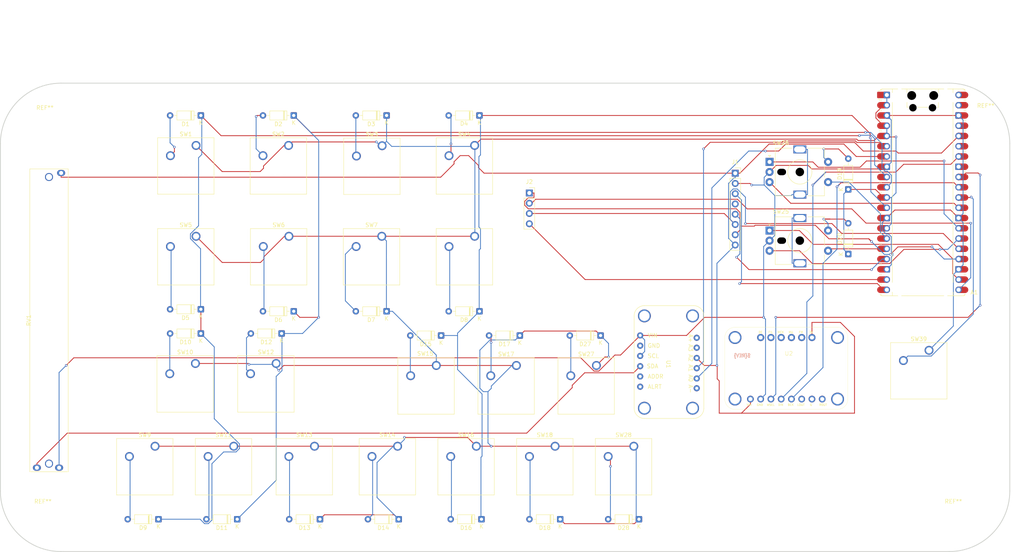
<source format=kicad_pcb>
(kicad_pcb (version 20241229) (generator "pcbnew") (generator_version "9.0")
  (layers (0 "F.Cu" signal) (2 "B.Cu" signal) (13 "F.Paste" user) (15 "B.Paste" user) (5 "F.SilkS" user "F.Silkscreen") (7 "B.SilkS" user "B.Silkscreen") (1 "F.Mask" user) (3 "B.Mask" user) (25 "Edge.Cuts" user))
  (net 0 "")
  (net 1 "SCK")
  (net 2 "MISO")
  (net 3 "unconnected-(A1-3V3_EN-Pad37)")
  (net 4 "1A")
  (net 5 "BLCK")
  (net 6 "COL0")
  (net 7 "Net-(A1-GPIO5)")
  (net 8 "unconnected-(A1-AGND-Pad33)")
  (net 9 "GND")
  (net 10 "2S1")
  (net 11 "MOSI")
  (net 12 "Net-(A1-GPIO4)")
  (net 13 "2B")
  (net 14 "LRCLK")
  (net 15 "+3V3")
  (net 16 "1S1")
  (net 17 "DIN")
  (net 18 "2A")
  (net 19 "unconnected-(A1-VBUS-Pad40)")
  (net 20 "A0")
  (net 21 "Net-(A1-RUN)")
  (net 22 "COL1")
  (net 23 "CS_SD")
  (net 24 "unconnected-(A1-VSYS-Pad39)")
  (net 25 "unconnected-(A1-ADC_VREF-Pad35)")
  (net 26 "1B")
  (net 27 "CS_LCD")
  (net 28 "Net-(D1-A)")
  (net 29 "Net-(D2-A)")
  (net 30 "Net-(D3-A)")
  (net 31 "Net-(D4-A)")
  (net 32 "Net-(D5-A)")
  (net 33 "Net-(D6-A)")
  (net 34 "Net-(D7-A)")
  (net 35 "Net-(D8-A)")
  (net 36 "Net-(D9-A)")
  (net 37 "Net-(D10-A)")
  (net 38 "Net-(D11-A)")
  (net 39 "Net-(D12-A)")
  (net 40 "Net-(D13-A)")
  (net 41 "Net-(D14-A)")
  (net 42 "Net-(D15-A)")
  (net 43 "Net-(D16-A)")
  (net 44 "1S2")
  (net 45 "2S2")
  (net 46 "Net-(D17-A)")
  (net 47 "Net-(D18-A)")
  (net 48 "Net-(D27-A)")
  (net 49 "Net-(D28-A)")
  (net 50 "RST")
  (net 51 "A1")
  (net 52 "unconnected-(SW25-PadMP)")
  (net 59 "COL2")
  (net 60 "COL3")
  (footprint "Button_Switch_Keyboard:SW_Cherry_MX_1.00u_PCB" (layer "F.Cu") (at 144.42 54.68)
    (property "Reference" "SW4")
    (property "Value" "SW_Push_45deg")
  )
  (footprint "Diode_THT:D_DO-35_SOD27_P7.62mm_Horizontal" (layer "F.Cu") (at 122.61 95.76 180)
    (property "Reference" "D7")
    (property "Value" "1N4148")
  )
  (footprint "Connector_PinSocket_2.54mm:PinSocket_1x08_P2.54mm_Vertical" (layer "F.Cu") (at 208.96 61.56)
    (property "Reference" "J1")
    (property "Value" "S37735R")
  )
  (footprint "Diode_THT:D_DO-35_SOD27_P7.62mm_Horizontal" (layer "F.Cu") (at 85.61 147.26 180)
    (property "Reference" "D11")
    (property "Value" "1N4148")
  )
  (footprint "Diode_THT:D_DO-35_SOD27_P7.62mm_Horizontal" (layer "F.Cu") (at 99.61 95.76 180)
    (property "Reference" "D6")
    (property "Value" "1N4148")
  )
  (footprint "Button_Switch_Keyboard:SW_Cherry_MX_1.00u_PCB" (layer "F.Cu") (at 125.34 129.18)
    (property "Reference" "SW14")
    (property "Value" "SW_Push_45deg")
  )
  (footprint "Button_Switch_Keyboard:SW_Cherry_MX_1.00u_PCB" (layer "F.Cu") (at 98.42 77.18)
    (property "Reference" "SW6")
    (property "Value" "SW_Push_45deg")
  )
  (footprint "Diode_THT:D_DO-35_SOD27_P7.62mm_Horizontal" (layer "F.Cu") (at 175.61 101.76 180)
    (property "Reference" "D27")
    (property "Value" "1N4148")
  )
  (footprint "Diode_THT:D_DO-35_SOD27_P7.62mm_Horizontal" (layer "F.Cu") (at 99.61 47.26 180)
    (property "Reference" "D2")
    (property "Value" "1N4148")
  )
  (footprint "Button_Switch_Keyboard:SW_Cherry_MX_1.00u_PCB" (layer "F.Cu") (at 84.76 129.18)
    (property "Reference" "SW11")
    (property "Value" "SW_Push_45deg")
  )
  (footprint "Button_Switch_Keyboard:SW_Cherry_MX_1.00u_PCB" (layer "F.Cu") (at 75.26 108.68)
    (property "Reference" "SW10")
    (property "Value" "SW5")
  )
  (footprint "Diode_THT:D_DO-35_SOD27_P7.62mm_Horizontal" (layer "F.Cu") (at 106.11 147.26 180)
    (property "Reference" "D13")
    (property "Value" "1N4148")
  )
  (footprint "potentiometer:Adafruit_ADS1115" (layer "F.Cu") (at 183.92 94.36 -90)
    (property "Reference" "U1")
    (property "Value" "ADS1015")
  )
  (footprint "Rotary_Encoder:RotaryEncoder_Alps_EC11E-Switch_Vertical_H20mm_MountingHoles" (layer "F.Cu") (at 217.46 75.76)
    (property "Reference" "SW25")
    (property "Value" "RotaryEncoder_Switch_MP")
  )
  (footprint "Diode_THT:D_DO-35_SOD27_P7.62mm_Horizontal" (layer "F.Cu") (at 76.61 47.26 180)
    (property "Reference" "D1")
    (property "Value" "1N4148")
  )
  (footprint "Button_Switch_Keyboard:SW_Cherry_MX_1.00u_PCB" (layer "F.Cu") (at 65.26 129.18)
    (property "Reference" "SW9")
    (property "Value" "SW_Push_45deg")
  )
  (footprint "Button_Switch_Keyboard:SW_Cherry_MX_1.00u_PCB" (layer "F.Cu") (at 183.84 129.18)
    (property "Reference" "SW28")
    (property "Value" "SW_Push_45deg")
  )
  (footprint "Diode_THT:D_DO-35_SOD27_P7.62mm_Horizontal" (layer "F.Cu") (at 136.11 101.76 180)
    (property "Reference" "D15")
    (property "Value" "1N4148")
  )
  (footprint "MountingHole:MountingHole_3.2mm_M3" (layer "F.Cu") (at 263 147)
    (property "Reference" "REF**")
    (property "Value" "MountingHole_3.2mm_M3")
  )
  (footprint "Diode_THT:D_DO-35_SOD27_P7.62mm_Horizontal" (layer "F.Cu") (at 236.96 81.57 90)
    (property "Reference" "D20")
    (property "Value" "1N4148")
  )
  (footprint "Diode_THT:D_DO-35_SOD27_P7.62mm_Horizontal" (layer "F.Cu") (at 236.96 65.57 90)
    (property "Reference" "D19")
    (property "Value" "1N4148")
  )
  (footprint "Button_Switch_Keyboard:SW_Cherry_MX_1.00u_PCB" (layer "F.Cu") (at 134.92 109.18)
    (property "Reference" "SW15")
    (property "Value" "SW_Push_45deg")
  )
  (footprint "Diode_THT:D_DO-35_SOD27_P7.62mm_Horizontal" (layer "F.Cu") (at 155.61 101.76 180)
    (property "Reference" "D17")
    (property "Value" "1N4148")
  )
  (footprint "Diode_THT:D_DO-35_SOD27_P7.62mm_Horizontal" (layer "F.Cu") (at 145.61 47.26 180)
    (property "Reference" "D4")
    (property "Value" "1N4148")
  )
  (footprint "Button_Switch_Keyboard:SW_Cherry_MX_1.00u_PCB" (layer "F.Cu") (at 95.26 108.68)
    (property "Reference" "SW12")
    (property "Value" "SW_Push_45deg")
  )
  (footprint "Button_Switch_Keyboard:SW_Cherry_MX_1.00u_PCB" (layer "F.Cu") (at 75.42 77.18)
    (property "Reference" "SW5")
    (property "Value" "SW5")
  )
  (footprint "potentiometer:Slide_Pot_75mm_Adafruit4219_fixed" (layer "F.Cu") (at 39 98 90)
    (property "Reference" "RV1")
    (property "Value" "Adafruit Slide Pot: 4219")
  )
  (footprint "Connector_PinSocket_2.54mm:PinSocket_1x04_P2.54mm_Vertical" (layer "F.Cu") (at 157.96 66.46)
    (property "Reference" "J2")
    (property "Value" "SD Card")
  )
  (footprint "MountingHole:MountingHole_3.2mm_M3" (layer "F.Cu") (at 271 49)
    (property "Reference" "REF**")
    (property "Value" "MountingHole_3.2mm_M3")
  )
  (footprint "Diode_THT:D_DO-35_SOD27_P7.62mm_Horizontal" (layer "F.Cu") (at 146.11 147.26 180)
    (property "Reference" "D16")
    (property "Value" "1N4148")
  )
  (footprint "Button_Switch_Keyboard:SW_Cherry_MX_1.00u_PCB" (layer "F.Cu") (at 164.34 129.18)
    (property "Reference" "SW18")
    (property "Value" "SW_Push_45deg")
  )
  (footprint "Diode_THT:D_DO-35_SOD27_P7.62mm_Horizontal" (layer "F.Cu") (at 165.61 147.26 180)
    (property "Reference" "D18")
    (property "Value" "1N4148")
  )
  (footprint "MountingHole:MountingHole_3.2mm_M3" (layer "F.Cu") (at 38 49.5)
    (property "Reference" "REF**")
    (property "Value" "MountingHole_3.2mm_M3")
  )
  (footprint "Diode_THT:D_DO-35_SOD27_P7.62mm_Horizontal" (layer "F.Cu") (at 76.61 95.26 180)
    (property "Reference" "D5")
    (property "Value" "1N4148")
  )
  (footprint "Diode_THT:D_DO-35_SOD27_P7.62mm_Horizontal" (layer "F.Cu") (at 66.11 147.26 180)
    (property "Reference" "D9")
    (property "Value" "1N4148")
  )
  (footprint "Diode_THT:D_DO-35_SOD27_P7.62mm_Horizontal" (layer "F.Cu") (at 122.61 47.26 180)
    (property "Reference" "D3")
    (property "Value" "1N4148")
  )
  (footprint "Diode_THT:D_DO-35_SOD27_P7.62mm_Horizontal" (layer "F.Cu") (at 185.11 147.26 180)
    (property "Reference" "D28")
    (property "Value" "1N4148")
  )
  (footprint "Button_Switch_Keyboard:SW_Cherry_MX_1.00u_PCB" (layer "F.Cu") (at 121.5 54.76)
    (property "Reference" "SW3")
    (property "Value" "SW_Push_45deg")
  )
  (footprint "Diode_THT:D_DO-35_SOD27_P7.62mm_Horizontal" (layer "F.Cu") (at 125.61 147.26 180)
    (property "Reference" "D14")
    (property "Value" "1N4148")
  )
  (footprint "Module:RaspberryPi_Pico_Common_Unspecified" (layer "F.Cu") (at 255.39 66.31)
    (property "Reference" "A1")
    (property "Value" "Orpheus Pico")
  )
  (footprint "Diode_THT:D_DO-35_SOD27_P7.62mm_Horizontal" (layer "F.Cu") (at 96.61 101.26 180)
    (property "Reference" "D12")
    (property "Value" "1N4148")
  )
  (footprint "Button_Switch_Keyboard:SW_Cherry_MX_1.00u_PCB" (layer "F.Cu") (at 75.42 54.68)
    (property "Reference" "SW1")
    (property "Value" "SW_Push_45deg")
  )
  (footprint "Button_Switch_Keyboard:SW_Cherry_MX_1.00u_PCB" (layer "F.Cu") (at 98.34 54.68)
    (property "Reference" "SW2")
    (property "Value" "SW_Push_45deg")
  )
  (footprint "Button_Switch_Keyboard:SW_Cherry_MX_1.00u_PCB" (layer "F.Cu") (at 104.76 129.18)
    (property "Reference" "SW13")
    (property "Value" "SW_Push_45deg")
  )
  (footprint "Button_Switch_Keyboard:SW_Cherry_MX_1.00u_PCB" (layer "F.Cu") (at 144.84 129.18)
    (property "Reference" "SW16")
    (property "Value" "SW_Push_45deg")
  )
  (footprint "Button_Switch_Keyboard:SW_Cherry_MX_1.00u_PCB" (layer "F.Cu") (at 174.58 109.18)
    (property "Reference" "SW27")
    (property "Value" "SW_Push_45deg")
  )
  (footprint "Button_Switch_Keyboard:SW_Cherry_MX_1.00u_PCB" (layer "F.Cu") (at 144.42 77.18)
    (property "Reference" "SW8" (hide yes))
    (property "Value" "SW_Push_45deg")
  )
  (footprint "Diode_THT:D_DO-35_SOD27_P7.62mm_Horizontal" (layer "F.Cu") (at 145.61 95.76 180)
    (property "Reference" "D8")
    (property "Value" "1N4148")
  )
  (footprint "Button_Switch_Keyboard:SW_Cherry_MX_1.00u_PCB" (layer "F.Cu") (at 256.96 105.42)
    (property "Reference" "SW39")
    (property "Value" "SW_Push_45deg")
  )
  (footprint "MountingHole:MountingHole_3.2mm_M3" (layer "F.Cu") (at 37.5 147)
    (property "Reference" "REF**")
    (property "Value" "MountingHole_3.2mm_M3")
  )
  (footprint "Rotary_Encoder:RotaryEncoder_Alps_EC11E-Switch_Vertical_H20mm_MountingHoles" (layer "F.Cu") (at 217.46 58.76)
    (property "Reference" "SW26")
    (property "Value" "RotaryEncoder_Switch_MP")
  )
  (footprint "Button_Switch_Keyboard:SW_Cherry_MX_1.00u_PCB" (layer "F.Cu") (at 121.42 77.18)
    (property "Reference" "SW7")
    (property "Value" "SW_Push_45deg")
  )
  (footprint "Diode_THT:D_DO-35_SOD27_P7.62mm_Horizontal" (layer "F.Cu") (at 76.61 101.26 180)
    (property "Reference" "D10")
    (property "Value" "1N4148")
  )
  (footprint "Button_Switch_Keyboard:SW_Cherry_MX_1.00u_PCB" (layer "F.Cu") (at 154.76 109.18)
    (property "Reference" "SW17")
    (property "Value" "SW_Push_45deg")
  )
  (footprint "potentiometer:PCM5100 I2S DAC" (layer "F.Cu") (at 221.728 109.721)
    (property "Reference" "U2")
    (property "Value" "PCM5100")
  )
  (gr_line (start 276.96 54.26) (end 276.96 140.26) (stroke (width 0.2)) (layer "Edge.Cuts"))
  (gr_arc (start 41.96 155.26) (mid 31.353398 150.866602) (end 26.96 140.26) (stroke (width 0.2)) (layer "Edge.Cuts"))
  (gr_line (start 26.96 140.26) (end 26.96 54.26) (stroke (width 0.2)) (layer "Edge.Cuts"))
  (gr_arc (start 276.96 140.26) (mid 272.566602 150.866602) (end 261.96 155.26) (stroke (width 0.2)) (layer "Edge.Cuts"))
  (gr_line (start 41.96 39.26) (end 261.96 39.26) (stroke (width 0.2)) (layer "Edge.Cuts"))
  (gr_arc (start 261.96 39.26) (mid 272.566602 43.653398) (end 276.96 54.26) (stroke (width 0.2)) (layer "Edge.Cuts"))
  (gr_line (start 261.96 155.26) (end 41.96 155.26) (stroke (width 0.2)) (layer "Edge.Cuts"))
  (gr_arc (start 26.96 54.26) (mid 31.353398 43.653398) (end 41.96 39.26) (stroke (width 0.2)) (layer "Edge.Cuts"))
  (segment (start 265.08 82.82) (end 264.28 82.82) (width 0.2) (layer "F.Cu") (net 1))
  (segment (start 242.025 77.8013) (end 242.708 78.4841) (width 0.2) (layer "F.Cu") (net 1))
  (segment (start 159.112 66.46) (end 159.112 67.5073) (width 0.2) (layer "F.Cu") (net 1))
  (segment (start 157.96 66.46) (end 159.112 66.46) (width 0.2) (layer "F.Cu") (net 1))
  (segment (start 156.808 68.523) (end 156.808 69.477) (width 0.2) (layer "F.Cu") (net 1))
  (segment (start 232.16 77.8013) (end 242.025 77.8013) (width 0.2) (layer "F.Cu") (net 1))
  (segment (start 213.673 74.6757) (end 213.89 74.4583) (width 0.2) (layer "F.Cu") (net 1))
  (segment (start 213.89 74.4583) (end 228.817 74.4583) (width 0.2) (layer "F.Cu") (net 1))
  (segment (start 156.808 69.477) (end 157.698 70.3665) (width 0.2) (layer "F.Cu") (net 1))
  (segment (start 242.708 78.4841) (end 242.025 77.8013) (width 0.2) (layer "F.Cu") (net 1))
  (segment (start 249.266 79.7969) (end 257.682 79.7969) (width 0.2) (layer "F.Cu") (net 1))
  (segment (start 157.674 67.6569) (end 156.808 68.523) (width 0.2) (layer "F.Cu") (net 1))
  (segment (start 210.114 74.6757) (end 210.114 75.6461) (width 0.2) (layer "F.Cu") (net 1))
  (segment (start 247.394 81.6687) (end 249.266 79.7969) (width 0.2) (layer "F.Cu") (net 1))
  (segment (start 210.114 71.2451) (end 210.114 74.6757) (width 0.2) (layer "F.Cu") (net 1))
  (segment (start 210.114 75.6461) (end 208.96 76.8) (width 0.2) (layer "F.Cu") (net 1))
  (segment (start 158.962 67.6569) (end 157.674 67.6569) (width 0.2) (layer "F.Cu") (net 1))
  (segment (start 242.025 77.8013) (end 242.708 78.4841) (width 0.2) (layer "F.Cu") (net 1))
  (segment (start 157.698 70.3665) (end 209.235 70.3665) (width 0.2) (layer "F.Cu") (net 1))
  (segment (start 228.817 74.4583) (end 232.16 77.8013) (width 0.2) (layer "F.Cu") (net 1))
  (segment (start 210.114 74.6757) (end 213.673 74.6757) (width 0.2) (layer "F.Cu") (net 1))
  (segment (start 159.112 67.5073) (end 158.962 67.6569) (width 0.2) (layer "F.Cu") (net 1))
  (segment (start 209.235 70.3665) (end 210.114 71.2451) (width 0.2) (layer "F.Cu") (net 1))
  (via (at 242.708 78.4841) (size 0.6) (drill 0.3) (layers "F.Cu" "B.Cu") (net 1))
  (via (at 247.394 81.6687) (size 0.6) (drill 0.3) (layers "F.Cu" "B.Cu") (net 1))
  (via (at 257.682 79.7969) (size 0.6) (drill 0.3) (layers "F.Cu" "B.Cu") (net 1))
  (segment (start 242.708 78.4841) (end 245.893 81.6687) (width 0.2) (layer "B.Cu") (net 1))
  (segment (start 245.893 81.6687) (end 247.394 81.6687) (width 0.2) (layer "B.Cu") (net 1))
  (segment (start 260.705 82.82) (end 264.28 82.82) (width 0.2) (layer "B.Cu") (net 1))
  (segment (start 257.682 79.7969) (end 260.705 82.82) (width 0.2) (layer "B.Cu") (net 1))
  (segment (start 159.531 68.011) (end 209.523 68.011) (width 0.2) (layer "F.Cu") (net 2))
  (segment (start 264.28 90.44) (end 265.08 90.44) (width 0.2) (layer "F.Cu") (net 2))
  (segment (start 157.96 69) (end 158.542 69) (width 0.2) (layer "F.Cu") (net 2))
  (segment (start 237.822 70.3876) (end 241.365 73.9312) (width 0.2) (layer "F.Cu") (net 2))
  (segment (start 209.523 68.011) (end 211.899 70.3876) (width 0.2) (layer "F.Cu") (net 2))
  (segment (start 211.899 70.3876) (end 237.822 70.3876) (width 0.2) (layer "F.Cu") (net 2))
  (segment (start 241.365 73.9312) (end 267.285 73.9312) (width 0.2) (layer "F.Cu") (net 2))
  (segment (start 158.542 69) (end 159.531 68.011) (width 0.2) (layer "F.Cu") (net 2))
  (via (at 267.285 73.9312) (size 0.6) (drill 0.3) (layers "F.Cu" "B.Cu") (net 2))
  (segment (start 267.285 73.9312) (end 267.285 87.4353) (width 0.2) (layer "B.Cu") (net 2))
  (segment (start 267.285 87.4353) (end 264.28 90.44) (width 0.2) (layer "B.Cu") (net 2))
  (segment (start 265.08 49.8) (end 264.28 49.8) (width 0.2) (layer "F.Cu") (net 3))
  (segment (start 224.857 75.76) (end 228.272 79.1753) (width 0.2) (layer "F.Cu") (net 4))
  (segment (start 265.08 87.9) (end 264.28 87.9) (width 0.2) (layer "F.Cu") (net 4))
  (segment (start 217.46 75.76) (end 224.857 75.76) (width 0.2) (layer "F.Cu") (net 4))
  (segment (start 228.272 79.1753) (end 259.252 79.1753) (width 0.2) (layer "F.Cu") (net 4))
  (segment (start 262.821 86.4408) (end 264.28 87.9) (width 0.2) (layer "F.Cu") (net 4))
  (segment (start 259.252 79.1753) (end 262.821 82.7438) (width 0.2) (layer "F.Cu") (net 4))
  (segment (start 262.821 82.7438) (end 262.821 86.4408) (width 0.2) (layer "F.Cu") (net 4))
  (segment (start 263.1534 63.9134) (end 264.28 65.04) (width 0.2) (layer "F.Cu") (net 5))
  (segment (start 234.161 64.9175) (end 234.7131 64.3654) (width 0.2) (layer "F.Cu") (net 5))
  (segment (start 264.28 65.04) (end 265.08 65.04) (width 0.2) (layer "F.Cu") (net 5))
  (segment (start 234.7131 64.3654) (end 234.161 64.9175) (width 0.2) (layer "F.Cu") (net 5))
  (segment (start 234.161 64.9175) (end 235.1651 63.9134) (width 0.2) (layer "F.Cu") (net 5))
  (segment (start 235.1651 63.9134) (end 263.1534 63.9134) (width 0.2) (layer "F.Cu") (net 5))
  (via (at 234.161 64.9175) (size 0.6) (drill 0.3) (layers "F.Cu" "B.Cu") (net 5))
  (segment (start 234.161 80.4) (end 234.161 64.9175) (width 0.2) (layer "B.Cu") (net 5))
  (segment (start 230.6942 109.6858) (end 230.6942 83.8668) (width 0.2) (layer "B.Cu") (net 5))
  (segment (start 222.88 117.5) (end 230.6942 109.6858) (width 0.2) (layer "B.Cu") (net 5))
  (segment (start 230.6942 83.8668) (end 234.161 80.4) (width 0.2) (layer "B.Cu") (net 5))
  (segment (start 234.7131 64.3654) (end 234.161 64.9175) (width 0.2) (layer "B.Cu") (net 5))
  (segment (start 234.161 64.9175) (end 234.7131 64.3654) (width 0.2) (layer "B.Cu") (net 5))
  (segment (start 81.6143 52.2643) (end 239.709 52.2643) (width 0.2) (layer "F.Cu") (net 6))
  (segment (start 76.61 47.26) (end 81.6143 52.2643) (width 0.2) (layer "F.Cu") (net 6))
  (segment (start 245.7 62.5) (end 246.5 62.5) (width 0.2) (layer "F.Cu") (net 6))
  (segment (start 76.61 101.26) (end 76.61 95.26) (width 0.2) (layer "F.Cu") (net 6))
  (via (at 239.709 52.2643) (size 0.6) (drill 0.3) (layers "F.Cu" "B.Cu") (net 6))
  (segment (start 79.9303 122.368) (end 79.9302 122.368) (width 0.2) (layer "B.Cu") (net 6))
  (segment (start 76.0476 57.7166) (end 76.0476 74.5701) (width 0.2) (layer "B.Cu") (net 6))
  (segment (start 243.494 53.0043) (end 243.494 59.4941) (width 0.2) (layer "B.Cu") (net 6))
  (segment (start 76.5407 95.1907) (end 76.61 95.26) (width 0.2) (layer "B.Cu") (net 6))
  (segment (start 76.0476 74.5701) (end 74.0183 76.5994) (width 0.2) (layer "B.Cu") (net 6))
  (segment (start 79.3436 147.464) (end 79.3436 133.509) (width 0.2) (layer "B.Cu") (net 6))
  (segment (start 74.0183 77.7606) (end 76.5407 80.283) (width 0.2) (layer "B.Cu") (net 6))
  (segment (start 76.8331 56.9311) (end 76.0476 57.7166) (width 0.2) (layer "B.Cu") (net 6))
  (segment (start 243.494 59.4941) (end 246.5 62.5) (width 0.2) (layer "B.Cu") (net 6))
  (segment (start 79.3436 133.509) (end 82.2706 130.582) (width 0.2) (layer "B.Cu") (net 6))
  (segment (start 74.0183 76.5994) (end 74.0183 77.7606) (width 0.2) (layer "B.Cu") (net 6))
  (segment (start 78.4464 148.362) (end 79.3436 147.464) (width 0.2) (layer "B.Cu") (net 6))
  (segment (start 86.1617 129.761) (end 86.1617 128.599) (width 0.2) (layer "B.Cu") (net 6))
  (segment (start 76.5407 80.283) (end 76.5407 95.1907) (width 0.2) (layer "B.Cu") (net 6))
  (segment (start 76.61 47.26) (end 76.8331 47.4831) (width 0.2) (layer "B.Cu") (net 6))
  (segment (start 239.816 52.1569) (end 242.647 52.1569) (width 0.2) (layer "B.Cu") (net 6))
  (segment (start 239.709 52.2643) (end 239.816 52.1569) (width 0.2) (layer "B.Cu") (net 6))
  (segment (start 76.4321 147.26) (end 77.5337 148.362) (width 0.2) (layer "B.Cu") (net 6))
  (segment (start 85.3407 130.582) (end 86.1617 129.761) (width 0.2) (layer "B.Cu") (net 6))
  (segment (start 66.11 147.26) (end 76.4321 147.26) (width 0.2) (layer "B.Cu") (net 6))
  (segment (start 242.647 52.1569) (end 243.494 53.0043) (width 0.2) (layer "B.Cu") (net 6))
  (segment (start 77.5337 148.362) (end 78.4464 148.362) (width 0.2) (layer "B.Cu") (net 6))
  (segment (start 86.1617 128.599) (end 79.9303 122.368) (width 0.2) (layer "B.Cu") (net 6))
  (segment (start 79.9302 104.58) (end 76.61 101.26) (width 0.2) (layer "B.Cu") (net 6))
  (segment (start 82.2706 130.582) (end 85.3407 130.582) (width 0.2) (layer "B.Cu") (net 6))
  (segment (start 79.9302 122.368) (end 79.9302 104.58) (width 0.2) (layer "B.Cu") (net 6))
  (segment (start 76.8331 47.4831) (end 76.8331 56.9311) (width 0.2) (layer "B.Cu") (net 6))
  (segment (start 221.436 54.3583) (end 235.868 54.3583) (width 0.2) (layer "F.Cu") (net 7))
  (segment (start 235.868 54.3583) (end 238.93 57.42) (width 0.2) (layer "F.Cu") (net 7))
  (segment (start 216.456 56.0683) (end 219.726 56.0683) (width 0.2) (layer "F.Cu") (net 7))
  (segment (start 246.5 57.42) (end 245.7 57.42) (width 0.2) (layer "F.Cu") (net 7))
  (segment (start 238.93 57.42) (end 245.7 57.42) (width 0.2) (layer "F.Cu") (net 7))
  (segment (start 219.726 56.0683) (end 221.436 54.3583) (width 0.2) (layer "F.Cu") (net 7))
  (via (at 216.456 56.0683) (size 0.6) (drill 0.3) (layers "F.Cu" "B.Cu") (net 7))
  (segment (start 203.162 65.2037) (end 212.297 56.0683) (width 0.2) (layer "B.Cu") (net 7))
  (segment (start 199.42 112.4) (end 203.162 108.658) (width 0.2) (layer "B.Cu") (net 7))
  (segment (start 212.297 56.0683) (end 216.456 56.0683) (width 0.2) (layer "B.Cu") (net 7))
  (segment (start 203.162 108.658) (end 203.162 65.2037) (width 0.2) (layer "B.Cu") (net 7))
  (segment (start 264.28 59.96) (end 265.08 59.96) (width 0.2) (layer "F.Cu") (net 8))
  (segment (start 248.474 70.6859) (end 246.5 72.66) (width 0.2) (layer "F.Cu") (net 9))
  (segment (start 246.5 85.36) (end 245.7 85.36) (width 0.2) (layer "F.Cu") (net 9))
  (segment (start 245.7 47.26) (end 246.5 47.26) (width 0.2) (layer "F.Cu") (net 9))
  (segment (start 213.022 64.4852) (end 212.637 64.1) (width 0.2) (layer "F.Cu") (net 9))
  (segment (start 227.02 59.6205) (end 227.899 60.4988) (width 0.2) (layer "F.Cu") (net 9))
  (segment (start 196.899 101.74) (end 185.42 101.74) (width 0.2) (layer "F.Cu") (net 9))
  (segment (start 245.7 72.66) (end 246.5 72.66) (width 0.2) (layer "F.Cu") (net 9))
  (segment (start 216.001 97.2597) (end 201.38 97.2597) (width 0.2) (layer "F.Cu") (net 9))
  (segment (start 170.687 107.269) (end 173.999 110.582) (width 0.2) (layer "F.Cu") (net 9))
  (segment (start 212.637 64.1) (end 208.96 64.1) (width 0.2) (layer "F.Cu") (net 9))
  (segment (start 264.68 47.26) (end 246.5 47.26) (width 0.2) (layer "F.Cu") (net 9))
  (segment (start 173.999 110.582) (end 175.161 110.582) (width 0.2) (layer "F.Cu") (net 9))
  (segment (start 219.1 59.6205) (end 227.02 59.6205) (width 0.2) (layer "F.Cu") (net 9))
  (segment (start 217.46 61.26) (end 219.1 59.6205) (width 0.2) (layer "F.Cu") (net 9))
  (segment (start 180.562 106.598) (end 185.42 101.74) (width 0.2) (layer "F.Cu") (net 9))
  (segment (start 43.2423 109.178) (end 45.1507 107.269) (width 0.2) (layer "F.Cu") (net 9))
  (segment (start 45.1507 107.269) (end 170.687 107.269) (width 0.2) (layer "F.Cu") (net 9))
  (segment (start 227.899 60.4988) (end 245.161 60.4988) (width 0.2) (layer "F.Cu") (net 9))
  (segment (start 179.145 106.598) (end 180.562 106.598) (width 0.2) (layer "F.Cu") (net 9))
  (segment (start 264.28 47.26) (end 265.08 47.26) (width 0.2) (layer "F.Cu") (net 9))
  (segment (start 175.161 110.582) (end 179.145 106.598) (width 0.2) (layer "F.Cu") (net 9))
  (segment (start 264.28 72.66) (end 262.306 70.6859) (width 0.2) (layer "F.Cu") (net 9))
  (segment (start 262.306 70.6859) (end 248.474 70.6859) (width 0.2) (layer "F.Cu") (net 9))
  (segment (start 245.161 60.4988) (end 245.7 59.96) (width 0.2) (layer "F.Cu") (net 9))
  (segment (start 201.38 97.2597) (end 196.899 101.74) (width 0.2) (layer "F.Cu") (net 9))
  (segment (start 246.5 59.96) (end 245.7 59.96) (width 0.2) (layer "F.Cu") (net 9))
  (segment (start 265.08 72.66) (end 264.28 72.66) (width 0.2) (layer "F.Cu") (net 9))
  (segment (start 264.28 85.36) (end 265.08 85.36) (width 0.2) (layer "F.Cu") (net 9))
  (via (at 43.2423 109.178) (size 0.6) (drill 0.3) (layers "F.Cu" "B.Cu") (net 9))
  (via (at 213.022 64.4852) (size 0.6) (drill 0.3) (layers "F.Cu" "B.Cu") (net 9))
  (via (at 216.001 97.2597) (size 0.6) (drill 0.3) (layers "F.Cu" "B.Cu") (net 9))
  (segment (start 216.136 64.4852) (end 213.022 64.4852) (width 0.2) (layer "B.Cu") (net 9))
  (segment (start 264.28 85.36) (end 262.985 86.655) (width 0.2) (layer "B.Cu") (net 9))
  (segment (start 223.058 66.86) (end 224.96 66.86) (width 0.2) (layer "B.Cu") (net 9))
  (segment (start 224.96 66.86) (end 226.862 66.86) (width 0.2) (layer "B.Cu") (net 9))
  (segment (start 247.611 77.2841) (end 246.938 76.6115) (width 0.2) (layer "B.Cu") (net 9))
  (segment (start 264.28 85.36) (end 265.402 84.2385) (width 0.2) (layer "B.Cu") (net 9))
  (segment (start 222.808 67.1106) (end 223.058 66.86) (width 0.2) (layer "B.Cu") (net 9))
  (segment (start 262.985 99.395) (end 256.96 105.42) (width 0.2) (layer "B.Cu") (net 9))
  (segment (start 265.382 71.5583) (end 264.28 72.66) (width 0.2) (layer "B.Cu") (net 9))
  (segment (start 216.001 79.7189) (end 216.001 97.2597) (width 0.2) (layer "B.Cu") (net 9))
  (segment (start 226.862 55.66) (end 224.96 55.66) (width 0.2) (layer "B.Cu") (net 9))
  (segment (start 247.611 82.3023) (end 247.995 81.9179) (width 0.2) (layer "B.Cu") (net 9))
  (segment (start 41.5 134.5) (end 41.5 110.92) (width 0.2) (layer "B.Cu") (net 9))
  (segment (start 265.382 48.3617) (end 265.382 71.5583) (width 0.2) (layer "B.Cu") (net 9))
  (segment (start 226.862 66.86) (end 226.862 55.66) (width 0.2) (layer "B.Cu") (net 9))
  (segment (start 245.36 75.6347) (end 245.36 73.7997) (width 0.2) (layer "B.Cu") (net 9))
  (segment (start 216.136 62.5837) (end 217.46 61.26) (width 0.2) (layer "B.Cu") (net 9))
  (segment (start 262.985 86.655) (end 262.985 99.395) (width 0.2) (layer "B.Cu") (net 9))
  (segment (start 217.46 78.26) (end 216.001 79.7189) (width 0.2) (layer "B.Cu") (net 9))
  (segment (start 246.938 76.6115) (end 246.337 76.6115) (width 0.2) (layer "B.Cu") (net 9))
  (segment (start 216.136 64.4852) (end 218.762 67.1106) (width 0.2) (layer "B.Cu") (net 9))
  (segment (start 186.528 105.712) (end 185.42 106.82) (width 0.2) (layer "B.Cu") (net 9))
  (segment (start 218.762 76.9583) (end 218.762 67.1106) (width 0.2) (layer "B.Cu") (net 9))
  (segment (start 247.995 81.4195) (end 247.611 81.0352) (width 0.2) (layer "B.Cu") (net 9))
  (segment (start 246.5 47.26) (end 247.602 48.3617) (width 0.2) (layer "B.Cu") (net 9))
  (segment (start 247.602 48.3617) (end 247.602 58.8583) (width 0.2) (layer "B.Cu") (net 9))
  (segment (start 245.36 73.7997) (end 246.5 72.66) (width 0.2) (layer "B.Cu") (net 9))
  (segment (start 216.136 64.4852) (end 216.136 62.5837) (width 0.2) (layer "B.Cu") (net 9))
  (segment (start 265.402 73.7815) (end 264.28 72.66) (width 0.2) (layer "B.Cu") (net 9))
  (segment (start 247.611 81.0352) (end 247.611 77.2841) (width 0.2) (layer "B.Cu") (net 9))
  (segment (start 218.762 67.1106) (end 222.808 67.1106) (width 0.2) (layer "B.Cu") (net 9))
  (segment (start 186.528 102.848) (end 186.528 105.712) (width 0.2) (layer "B.Cu") (net 9))
  (segment (start 185.42 101.74) (end 186.528 102.848) (width 0.2) (layer "B.Cu") (net 9))
  (segment (start 247.611 84.249) (end 247.611 82.3023) (width 0.2) (layer "B.Cu") (net 9))
  (segment (start 247.995 81.9179) (end 247.995 81.4195) (width 0.2) (layer "B.Cu") (net 9))
  (segment (start 265.402 84.2385) (end 265.402 73.7815) (width 0.2) (layer "B.Cu") (net 9))
  (segment (start 247.602 58.8583) (end 246.5 59.96) (width 0.2) (layer "B.Cu") (net 9))
  (segment (start 264.28 47.26) (end 265.382 48.3617) (width 0.2) (layer "B.Cu") (net 9))
  (segment (start 246.337 76.6115) (end 245.36 75.6347) (width 0.2) (layer "B.Cu") (net 9))
  (segment (start 246.5 85.36) (end 247.611 84.249) (width 0.2) (layer "B.Cu") (net 9))
  (segment (start 41.5 110.92) (end 43.2423 109.178) (width 0.2) (layer "B.Cu") (net 9))
  (segment (start 217.46 78.26) (end 218.762 76.9583) (width 0.2) (layer "B.Cu") (net 9))
  (segment (start 216.4639 97.7226) (end 216.001 97.2597) (width 0.2) (layer "B.Cu") (net 9))
  (segment (start 216.4639 116.2961) (end 216.4639 97.7226) (width 0.2) (layer "B.Cu") (net 9))
  (segment (start 215.26 117.5) (end 216.4639 116.2961) (width 0.2) (layer "B.Cu") (net 9))
  (segment (start 246.5 77.74) (end 245.7 77.74) (width 0.2) (layer "F.Cu") (net 10))
  (segment (start 237.073 63.76) (end 244.894 71.5813) (width 0.2) (layer "B.Cu") (net 10))
  (segment (start 244.894 71.5813) (end 244.894 76.1339) (width 0.2) (layer "B.Cu") (net 10))
  (segment (start 244.894 76.1339) (end 246.5 77.74) (width 0.2) (layer "B.Cu") (net 10))
  (segment (start 231.96 63.76) (end 237.073 63.76) (width 0.2) (layer "B.Cu") (net 10))
  (segment (start 232.898 74.0299) (end 211.482 74.0299) (width 0.2) (layer "F.Cu") (net 11))
  (segment (start 265.08 80.28) (end 264.28 80.28) (width 0.2) (layer "F.Cu") (net 11))
  (segment (start 157.96 71.54) (end 206.24 71.54) (width 0.2) (layer "F.Cu") (net 11))
  (segment (start 260.47 76.47) (end 235.338 76.47) (width 0.2) (layer "F.Cu") (net 11))
  (segment (start 235.338 76.47) (end 232.898 74.0299) (width 0.2) (layer "F.Cu") (net 11))
  (segment (start 264.28 80.28) (end 260.47 76.47) (width 0.2) (layer "F.Cu") (net 11))
  (segment (start 206.24 71.54) (end 208.96 74.26) (width 0.2) (layer "F.Cu") (net 11))
  (via (at 211.482 74.0299) (size 0.6) (drill 0.3) (layers "F.Cu" "B.Cu") (net 11))
  (segment (start 208.453 65.4442) (end 209.427 65.4442) (width 0.2) (layer "B.Cu") (net 11))
  (segment (start 207.757 66.1398) (end 208.453 65.4442) (width 0.2) (layer "B.Cu") (net 11))
  (segment (start 208.96 74.26) (end 207.757 73.0571) (width 0.2) (layer "B.Cu") (net 11))
  (segment (start 207.757 73.0571) (end 207.757 66.1398) (width 0.2) (layer "B.Cu") (net 11))
  (segment (start 211.482 67.4989) (end 211.482 74.0299) (width 0.2) (layer "B.Cu") (net 11))
  (segment (start 209.427 65.4442) (end 211.482 67.4989) (width 0.2) (layer "B.Cu") (net 11))
  (segment (start 239.113 53.9529) (end 244.773 53.9529) (width 0.2) (layer "F.Cu") (net 12))
  (segment (start 245.7 54.88) (end 246.5 54.88) (width 0.2) (layer "F.Cu") (net 12))
  (segment (start 220.672 53.7866) (end 220.556 53.9029) (width 0.2) (layer "F.Cu") (net 12))
  (segment (start 220.672 53.7866) (end 220.556 53.9029) (width 0.2) (layer "F.Cu") (net 12))
  (segment (start 220.672 53.7866) (end 220.907 53.5512) (width 0.2) (layer "F.Cu") (net 12))
  (segment (start 220.556 53.9029) (end 202.752 53.9029) (width 0.2) (layer "F.Cu") (net 12))
  (segment (start 220.907 53.5512) (end 238.712 53.5512) (width 0.2) (layer "F.Cu") (net 12))
  (segment (start 238.712 53.5512) (end 239.113 53.9529) (width 0.2) (layer "F.Cu") (net 12))
  (segment (start 202.752 53.9029) (end 201.108 55.5467) (width 0.2) (layer "F.Cu") (net 12))
  (segment (start 244.773 53.9529) (end 245.7 54.88) (width 0.2) (layer "F.Cu") (net 12))
  (via (at 201.108 55.5467) (size 0.6) (drill 0.3) (layers "F.Cu" "B.Cu") (net 12))
  (segment (start 201.108 108.172) (end 201.108 55.5467) (width 0.2) (layer "B.Cu") (net 12))
  (segment (start 199.42 109.86) (end 201.108 108.172) (width 0.2) (layer "B.Cu") (net 12))
  (segment (start 265.08 70.12) (end 264.28 70.12) (width 0.2) (layer "F.Cu") (net 13))
  (segment (start 222.715 69.0153) (end 217.46 63.76) (width 0.2) (layer "F.Cu") (net 13))
  (segment (start 263.175 69.0153) (end 222.715 69.0153) (width 0.2) (layer "F.Cu") (net 13))
  (segment (start 264.28 70.12) (end 263.175 69.0153) (width 0.2) (layer "F.Cu") (net 13))
  (segment (start 219.006 97.2597) (end 218.9797 97.2597) (width 0.2) (layer "F.Cu") (net 14))
  (segment (start 269.6159 94.2802) (end 268.5589 95.3372) (width 0.2) (layer "F.Cu") (net 14))
  (segment (start 264.48 62.5) (end 264.68 62.5) (width 0.2) (layer "F.Cu") (net 14))
  (segment (start 266.0743 61.5057) (end 265.08 62.5) (width 0.2) (layer "F.Cu") (net 14))
  (segment (start 269.6159 62) (end 269.1216 61.5057) (width 0.2) (layer "F.Cu") (net 14))
  (segment (start 264.28 62.5) (end 264.48 62.5) (width 0.2) (layer "F.Cu") (net 14))
  (segment (start 264.68 62.5) (end 265.08 62.5) (width 0.2) (layer "F.Cu") (net 14))
  (segment (start 268.5589 95.3372) (end 269.6159 94.2802) (width 0.2) (layer "F.Cu") (net 14))
  (segment (start 269.1216 61.5057) (end 266.0743 61.5057) (width 0.2) (layer "F.Cu") (net 14))
  (segment (start 219.006 97.2597) (end 266.6364 97.2597) (width 0.2) (layer "F.Cu") (net 14))
  (segment (start 266.6364 97.2597) (end 269.6159 94.2802) (width 0.2) (layer "F.Cu") (net 14))
  (via (at 219.006 97.2597) (size 0.6) (drill 0.3) (layers "F.Cu" "B.Cu") (net 14))
  (via (at 269.6159 62) (size 0.6) (drill 0.3) (layers "F.Cu" "B.Cu") (net 14))
  (via (at 269.6159 94.2802) (size 0.6) (drill 0.3) (layers "F.Cu" "B.Cu") (net 14))
  (segment (start 269.6159 94.2802) (end 269.6159 62) (width 0.2) (layer "B.Cu") (net 14))
  (segment (start 219.006 97.2597) (end 219.006 97.2706) (width 0.2) (layer "B.Cu") (net 14))
  (segment (start 219.006 97.2706) (end 218.9983 97.2783) (width 0.2) (layer "B.Cu") (net 14))
  (segment (start 218.9983 116.3017) (end 217.8 117.5) (width 0.2) (layer "B.Cu") (net 14))
  (segment (start 268.5589 95.3372) (end 269.6159 94.2802) (width 0.2) (layer "B.Cu") (net 14))
  (segment (start 218.9983 97.2783) (end 218.9983 116.3017) (width 0.2) (layer "B.Cu") (net 14))
  (segment (start 219.006 97.2597) (end 218.9797 97.2597) (width 0.2) (layer "B.Cu") (net 14))
  (segment (start 269.6159 94.2802) (end 268.5589 95.3372) (width 0.2) (layer "B.Cu") (net 14))
  (segment (start 220.672 54.3546) (end 221.07 53.9566) (width 0.2) (layer "F.Cu") (net 15))
  (segment (start 238.5 102) (end 238.5 121) (width 0.2) (layer "F.Cu") (net 15))
  (segment (start 146.76 61.56) (end 145.364 60.1642) (width 0.2) (layer "F.Cu") (net 15))
  (segment (start 210.112 61.56) (end 217.317 54.3546) (width 0.2) (layer "F.Cu") (net 15))
  (segment (start 248.819 56.0748) (end 249.315 56.5706) (width 0.2) (layer "F.Cu") (net 15))
  (segment (start 210.5 121) (end 205 121) (width 0.2) (layer "F.Cu") (net 15))
  (segment (start 238.5 121) (end 210.5 121) (width 0.2) (layer "F.Cu") (net 15))
  (segment (start 208.96 61.56) (end 146.76 61.56) (width 0.2) (layer "F.Cu") (net 15))
  (segment (start 208.96 61.56) (end 210.112 61.56) (width 0.2) (layer "F.Cu") (net 15))
  (segment (start 228 98.5) (end 235 98.5) (width 0.2) (layer "F.Cu") (net 15))
  (segment (start 265.08 52.34) (end 264.28 52.34) (width 0.2) (layer "F.Cu") (net 15))
  (segment (start 227.96 102.26) (end 227.96 98.54) (width 0.2) (layer "F.Cu") (net 15))
  (segment (start 145.364 60.1642) (end 145.364 59.6355) (width 0.2) (layer "F.Cu") (net 15))
  (segment (start 235 98.5) (end 238.5 102) (width 0.2) (layer "F.Cu") (net 15))
  (segment (start 260.049 56.5706) (end 264.28 52.34) (width 0.2) (layer "F.Cu") (net 15))
  (segment (start 212.72 118.78) (end 210.5 121) (width 0.2) (layer "F.Cu") (net 15))
  (segment (start 238.549 53.9566) (end 240.667 56.0748) (width 0.2) (layer "F.Cu") (net 15))
  (segment (start 204.5 109.259) (end 204.419 109.178) (width 0.2) (layer "F.Cu") (net 15))
  (segment (start 240.667 56.0748) (end 248.819 56.0748) (width 0.2) (layer "F.Cu") (net 15))
  (segment (start 142.937 57.2083) (end 140.823 57.2083) (width 0.2) (layer "F.Cu") (net 15))
  (segment (start 221.07 53.9566) (end 238.549 53.9566) (width 0.2) (layer "F.Cu") (net 15))
  (segment (start 139.328 58.7031) (end 139.328 59.2316) (width 0.2) (layer "F.Cu") (net 15))
  (segment (start 204.5 112.5) (end 204.5 109.259) (width 0.2) (layer "F.Cu") (net 15))
  (segment (start 140.823 57.2083) (end 139.328 58.7031) (width 0.2) (layer "F.Cu") (net 15))
  (segment (start 201.278 109.178) (end 204.419 109.178) (width 0.2) (layer "F.Cu") (net 15))
  (segment (start 205 121) (end 205 113) (width 0.2) (layer "F.Cu") (net 15))
  (segment (start 217.317 54.3546) (end 220.672 54.3546) (width 0.2) (layer "F.Cu") (net 15))
  (segment (start 42 62.5517) (end 42 61.5) (width 0.2) (layer "F.Cu") (net 15))
  (segment (start 199.42 107.32) (end 201.278 109.178) (width 0.2) (layer "F.Cu") (net 15))
  (segment (start 145.364 59.6355) (end 142.937 57.2083) (width 0.2) (layer "F.Cu") (net 15))
  (segment (start 212.72 117.5) (end 212.72 118.78) (width 0.2) (layer "F.Cu") (net 15))
  (segment (start 227.96 98.54) (end 228 98.5) (width 0.2) (layer "F.Cu") (net 15))
  (segment (start 249.315 56.5706) (end 260.049 56.5706) (width 0.2) (layer "F.Cu") (net 15))
  (segment (start 139.328 59.2316) (end 136.008 62.5517) (width 0.2) (layer "F.Cu") (net 15))
  (segment (start 136.008 62.5517) (end 42 62.5517) (width 0.2) (layer "F.Cu") (net 15))
  (segment (start 205 113) (end 204.5 112.5) (width 0.2) (layer "F.Cu") (net 15))
  (via (at 204.419 109.178) (size 0.6) (drill 0.3) (layers "F.Cu" "B.Cu") (net 15))
  (segment (start 204.419 109.178) (end 204.419 83.8812) (width 0.2) (layer "B.Cu") (net 15))
  (segment (start 208.96 61.56) (end 208.96 62.7117) (width 0.2) (layer "B.Cu") (net 15))
  (segment (start 207.313 77.6933) (end 208.96 79.34) (width 0.2) (layer "B.Cu") (net 15))
  (segment (start 208.672 62.7117) (end 207.313 64.0705) (width 0.2) (layer "B.Cu") (net 15))
  (segment (start 204.419 83.8812) (end 208.96 79.34) (width 0.2) (layer "B.Cu") (net 15))
  (segment (start 208.96 62.7117) (end 208.672 62.7117) (width 0.2) (layer "B.Cu") (net 15))
  (segment (start 207.313 64.0705) (end 207.313 77.6933) (width 0.2) (layer "B.Cu") (net 15))
  (segment (start 231.96 80.76) (end 232.44 80.28) (width 0.2) (layer "F.Cu") (net 16))
  (segment (start 245.7 80.28) (end 246.5 80.28) (width 0.2) (layer "F.Cu") (net 16))
  (segment (start 232.44 80.28) (end 245.7 80.28) (width 0.2) (layer "F.Cu") (net 16))
  (segment (start 231.3646 61.304) (end 228.1834 64.4852) (width 0.2) (layer "F.Cu") (net 17))
  (segment (start 231.3646 61.304) (end 228.1834 64.4852) (width 0.2) (layer "F.Cu") (net 17))
  (segment (start 264.28 57.42) (end 262.3485 59.3515) (width 0.2) (layer "F.Cu") (net 17))
  (segment (start 228.1834 64.4852) (end 231.3646 61.304) (width 0.2) (layer "F.Cu") (net 17))
  (segment (start 264.68 57.42) (end 265.08 57.42) (width 0.2) (layer "F.Cu") (net 17))
  (segment (start 250.6719 59.3515) (end 248.7194 61.304) (width 0.2) (layer "F.Cu") (net 17))
  (segment (start 262.3485 59.3515) (end 250.6719 59.3515) (width 0.2) (layer "F.Cu") (net 17))
  (segment (start 248.7194 61.304) (end 231.3646 61.304) (width 0.2) (layer "F.Cu") (net 17))
  (segment (start 264.28 57.42) (end 264.68 57.42) (width 0.2) (layer "F.Cu") (net 17))
  (via (at 228.1834 64.4852) (size 0.6) (drill 0.3) (layers "F.Cu" "B.Cu") (net 17))
  (segment (start 228.1834 91.9537) (end 226.69 93.4471) (width 0.2) (layer "B.Cu") (net 17))
  (segment (start 226.69 93.4471) (end 226.69 111.15) (width 0.2) (layer "B.Cu") (net 17))
  (segment (start 226.69 111.15) (end 220.34 117.5) (width 0.2) (layer "B.Cu") (net 17))
  (segment (start 228.1834 64.4852) (end 228.1834 91.9537) (width 0.2) (layer "B.Cu") (net 17))
  (segment (start 228.1834 64.4852) (end 231.3646 61.304) (width 0.2) (layer "B.Cu") (net 17))
  (segment (start 231.3646 61.304) (end 228.1834 64.4852) (width 0.2) (layer "B.Cu") (net 17))
  (segment (start 228.174 58.76) (end 217.46 58.76) (width 0.2) (layer "F.Cu") (net 18))
  (segment (start 260.68 58.5262) (end 241.439 58.5262) (width 0.2) (layer "F.Cu") (net 18))
  (segment (start 241.439 58.5262) (end 239.874 60.0908) (width 0.2) (layer "F.Cu") (net 18))
  (segment (start 239.874 60.0908) (end 229.504 60.0908) (width 0.2) (layer "F.Cu") (net 18))
  (segment (start 264.28 75.2) (end 265.08 75.2) (width 0.2) (layer "F.Cu") (net 18))
  (segment (start 229.504 60.0908) (end 228.174 58.76) (width 0.2) (layer "F.Cu") (net 18))
  (via (at 260.68 58.5262) (size 0.6) (drill 0.3) (layers "F.Cu" "B.Cu") (net 18))
  (segment (start 260.68 71.6001) (end 264.28 75.2) (width 0.2) (layer "B.Cu") (net 18))
  (segment (start 260.68 58.5262) (end 260.68 71.6001) (width 0.2) (layer "B.Cu") (net 18))
  (segment (start 264.28 42.18) (end 265.08 42.18) (width 0.2) (layer "F.Cu") (net 19))
  (segment (start 242.712 85.4407) (end 212.364 85.4407) (width 0.2) (layer "F.Cu") (net 20))
  (segment (start 212.364 85.4407) (end 209.286 82.3622) (width 0.2) (layer "F.Cu") (net 20))
  (segment (start 246.5 82.82) (end 245.7 82.82) (width 0.2) (layer "F.Cu") (net 20))
  (via (at 209.286 82.3622) (size 0.6) (drill 0.3) (layers "F.Cu" "B.Cu") (net 20))
  (via (at 242.712 85.4407) (size 0.6) (drill 0.3) (layers "F.Cu" "B.Cu") (net 20))
  (segment (start 210.112 72.8722) (end 210.112 81.5359) (width 0.2) (layer "B.Cu") (net 20))
  (segment (start 245.332 82.82) (end 242.712 85.4407) (width 0.2) (layer "B.Cu") (net 20))
  (segment (start 208.96 71.72) (end 210.112 72.8722) (width 0.2) (layer "B.Cu") (net 20))
  (segment (start 246.5 82.82) (end 245.332 82.82) (width 0.2) (layer "B.Cu") (net 20))
  (segment (start 210.112 81.5359) (end 209.286 82.3622) (width 0.2) (layer "B.Cu") (net 20))
  (segment (start 264.28 67.58) (end 265.08 67.58) (width 0.2) (layer "F.Cu") (net 21))
  (segment (start 267.29 67.58) (end 267.405 67.4647) (width 0.2) (layer "F.Cu") (net 21))
  (segment (start 265.08 67.58) (end 267.29 67.58) (width 0.2) (layer "F.Cu") (net 21))
  (via (at 267.405 67.4647) (size 0.6) (drill 0.3) (layers "F.Cu" "B.Cu") (net 21))
  (segment (start 267.405 67.4647) (end 267.923 67.9826) (width 0.2) (layer "B.Cu") (net 21))
  (segment (start 251.718 106.852) (end 250.61 107.96) (width 0.2) (layer "B.Cu") (net 21))
  (segment (start 267.923 67.9826) (end 267.923 96.4426) (width 0.2) (layer "B.Cu") (net 21))
  (segment (start 257.514 106.852) (end 251.718 106.852) (width 0.2) (layer "B.Cu") (net 21))
  (segment (start 267.923 96.4426) (end 257.514 106.852) (width 0.2) (layer "B.Cu") (net 21))
  (segment (start 105.793 97.2597) (end 101.11 97.2597) (width 0.2) (layer "F.Cu") (net 22))
  (segment (start 101.11 97.2597) (end 99.61 95.76) (width 0.2) (layer "F.Cu") (net 22))
  (segment (start 241.218 51.4479) (end 103.798 51.4479) (width 0.2) (layer "F.Cu") (net 22))
  (segment (start 103.798 51.4479) (end 99.61 47.26) (width 0.2) (layer "F.Cu") (net 22))
  (segment (start 246.5 65.04) (end 245.7 65.04) (width 0.2) (layer "F.Cu") (net 22))
  (via (at 105.793 97.2597) (size 0.6) (drill 0.3) (layers "F.Cu" "B.Cu") (net 22))
  (via (at 241.218 51.4479) (size 0.6) (drill 0.3) (layers "F.Cu" "B.Cu") (net 22))
  (segment (start 95.2717 111.887) (end 96.6968 110.462) (width 0.2) (layer "B.Cu") (net 22))
  (segment (start 85.61 147.26) (end 95.2717 137.598) (width 0.2) (layer "B.Cu") (net 22))
  (segment (start 96.6968 110.462) (end 96.6968 101.347) (width 0.2) (layer "B.Cu") (net 22))
  (segment (start 105.793 53.4429) (end 99.61 47.26) (width 0.2) (layer "B.Cu") (net 22))
  (segment (start 246.049 61.0617) (end 246.639 61.0617) (width 0.2) (layer "B.Cu") (net 22))
  (segment (start 242.511 51.4479) (end 245.315 54.252) (width 0.2) (layer "B.Cu") (net 22))
  (segment (start 245.315 60.3278) (end 246.049 61.0617) (width 0.2) (layer "B.Cu") (net 22))
  (segment (start 247.621 63.9188) (end 246.5 65.04) (width 0.2) (layer "B.Cu") (net 22))
  (segment (start 105.793 97.2597) (end 105.793 53.4429) (width 0.2) (layer "B.Cu") (net 22))
  (segment (start 96.6968 101.347) (end 96.61 101.26) (width 0.2) (layer "B.Cu") (net 22))
  (segment (start 101.793 101.26) (end 105.793 97.2597) (width 0.2) (layer "B.Cu") (net 22))
  (segment (start 95.2717 137.598) (end 95.2717 111.887) (width 0.2) (layer "B.Cu") (net 22))
  (segment (start 96.61 101.26) (end 101.793 101.26) (width 0.2) (layer "B.Cu") (net 22))
  (segment (start 247.621 62.0442) (end 247.621 63.9188) (width 0.2) (layer "B.Cu") (net 22))
  (segment (start 241.218 51.4479) (end 242.511 51.4479) (width 0.2) (layer "B.Cu") (net 22))
  (segment (start 246.639 61.0617) (end 247.621 62.0442) (width 0.2) (layer "B.Cu") (net 22))
  (segment (start 245.315 54.252) (end 245.315 60.3278) (width 0.2) (layer "B.Cu") (net 22))
  (segment (start 157.96 74.08) (end 171.78 87.9) (width 0.2) (layer "F.Cu") (net 23))
  (segment (start 171.78 87.9) (end 245.7 87.9) (width 0.2) (layer "F.Cu") (net 23))
  (segment (start 246.5 87.9) (end 245.7 87.9) (width 0.2) (layer "F.Cu") (net 23))
  (segment (start 264.28 44.72) (end 265.08 44.72) (width 0.2) (layer "F.Cu") (net 24))
  (segment (start 265.08 54.88) (end 264.28 54.88) (width 0.2) (layer "F.Cu") (net 25))
  (segment (start 247.208 83.9499) (end 228.077 83.9499) (width 0.2) (layer "F.Cu") (net 26))
  (segment (start 259.645 80.4186) (end 250.74 80.4186) (width 0.2) (layer "F.Cu") (net 26))
  (segment (start 228.077 83.9499) (end 224.887 80.76) (width 0.2) (layer "F.Cu") (net 26))
  (segment (start 250.74 80.4186) (end 247.208 83.9499) (width 0.2) (layer "F.Cu") (net 26))
  (segment (start 224.887 80.76) (end 217.46 80.76) (width 0.2) (layer "F.Cu") (net 26))
  (segment (start 265.08 77.74) (end 264.28 77.74) (width 0.2) (layer "F.Cu") (net 26))
  (via (at 259.645 80.4186) (size 0.6) (drill 0.3) (layers "F.Cu" "B.Cu") (net 26))
  (segment (start 264.28 77.74) (end 261.601 80.4186) (width 0.2) (layer "B.Cu") (net 26))
  (segment (start 261.601 80.4186) (end 259.645 80.4186) (width 0.2) (layer "B.Cu") (net 26))
  (segment (start 246.5 90.44) (end 245.7 90.44) (width 0.2) (layer "F.Cu") (net 27))
  (segment (start 244.166 88.9055) (end 245.7 90.44) (width 0.2) (layer "F.Cu") (net 27))
  (segment (start 210.044 88.9055) (end 244.166 88.9055) (width 0.2) (layer "F.Cu") (net 27))
  (via (at 210.044 88.9055) (size 0.6) (drill 0.3) (layers "F.Cu" "B.Cu") (net 27))
  (segment (start 210.044 88.9055) (end 210.514 88.4355) (width 0.2) (layer "B.Cu") (net 27))
  (segment (start 210.514 68.1939) (end 208.96 66.64) (width 0.2) (layer "B.Cu") (net 27))
  (segment (start 210.514 88.4355) (end 210.514 68.1939) (width 0.2) (layer "B.Cu") (net 27))
  (segment (start 70.0497 56.2403) (end 70.0497 55.0885) (width 0.2) (layer "F.Cu") (net 28))
  (segment (start 69.07 57.22) (end 70.0497 56.2403) (width 0.2) (layer "F.Cu") (net 28))
  (via (at 70.0497 55.0885) (size 0.6) (drill 0.3) (layers "F.Cu" "B.Cu") (net 28))
  (segment (start 70.0497 55.0885) (end 68.99 54.0288) (width 0.2) (layer "B.Cu") (net 28))
  (segment (start 68.99 54.0288) (end 68.99 47.26) (width 0.2) (layer "B.Cu") (net 28))
  (segment (start 91.99 47.26) (end 90.5536 47.26) (width 0.2) (layer "F.Cu") (net 29))
  (segment (start 90.5536 47.26) (end 90.3003 47.5133) (width 0.2) (layer "F.Cu") (net 29))
  (via (at 90.3003 47.5133) (size 0.6) (drill 0.3) (layers "F.Cu" "B.Cu") (net 29))
  (segment (start 90.3003 47.5133) (end 90.3003 55.5303) (width 0.2) (layer "B.Cu") (net 29))
  (segment (start 90.3003 55.5303) (end 91.99 57.22) (width 0.2) (layer "B.Cu") (net 29))
  (segment (start 114.99 57.14) (end 114.99 47.26) (width 0.2) (layer "B.Cu") (net 30))
  (segment (start 115.15 57.3) (end 114.99 57.14) (width 0.2) (layer "B.Cu") (net 30))
  (segment (start 138.558 56.7325) (end 138.558 54.3185) (width 0.2) (layer "F.Cu") (net 31))
  (segment (start 138.07 57.22) (end 138.558 56.7325) (width 0.2) (layer "F.Cu") (net 31))
  (via (at 138.558 54.3185) (size 0.6) (drill 0.3) (layers "F.Cu" "B.Cu") (net 31))
  (segment (start 138.558 47.8275) (end 137.99 47.26) (width 0.2) (layer "B.Cu") (net 31))
  (segment (start 138.558 54.3185) (end 138.558 47.8275) (width 0.2) (layer "B.Cu") (net 31))
  (segment (start 69.2413 95.0087) (end 68.99 95.26) (width 0.2) (layer "B.Cu") (net 32))
  (segment (start 69.07 79.72) (end 69.2413 79.8913) (width 0.2) (layer "B.Cu") (net 32))
  (segment (start 69.2413 79.8913) (end 69.2413 95.0087) (width 0.2) (layer "B.Cu") (net 32))
  (segment (start 92.07 79.72) (end 92.2413 79.8913) (width 0.2) (layer "B.Cu") (net 33))
  (segment (start 92.2413 79.8913) (end 92.2413 95.5087) (width 0.2) (layer "B.Cu") (net 33))
  (segment (start 92.2413 95.5087) (end 91.99 95.76) (width 0.2) (layer "B.Cu") (net 33))
  (segment (start 112.396 93.1664) (end 112.396 81.6243) (width 0.2) (layer "B.Cu") (net 34))
  (segment (start 112.396 81.6243) (end 114.301 79.72) (width 0.2) (layer "B.Cu") (net 34))
  (segment (start 114.301 79.72) (end 115.07 79.72) (width 0.2) (layer "B.Cu") (net 34))
  (segment (start 114.99 95.76) (end 112.396 93.1664) (width 0.2) (layer "B.Cu") (net 34))
  (segment (start 138.241 79.8913) (end 138.241 95.5087) (width 0.2) (layer "B.Cu") (net 35))
  (segment (start 138.241 95.5087) (end 137.99 95.76) (width 0.2) (layer "B.Cu") (net 35))
  (segment (start 138.07 79.72) (end 138.241 79.8913) (width 0.2) (layer "B.Cu") (net 35))
  (segment (start 58.49 147.26) (end 59.0837 146.666) (width 0.2) (layer "B.Cu") (net 36))
  (segment (start 59.0837 131.894) (end 58.91 131.72) (width 0.2) (layer "B.Cu") (net 36))
  (segment (start 59.0837 146.666) (end 59.0837 131.894) (width 0.2) (layer "B.Cu") (net 36))
  (segment (start 68.91 111.22) (end 68.91 101.34) (width 0.2) (layer "B.Cu") (net 37))
  (segment (start 68.91 101.34) (end 68.99 101.26) (width 0.2) (layer "B.Cu") (net 37))
  (segment (start 77.99 147.26) (end 78.6008 146.649) (width 0.2) (layer "B.Cu") (net 38))
  (segment (start 78.6008 146.649) (end 78.6008 131.911) (width 0.2) (layer "B.Cu") (net 38))
  (segment (start 78.6008 131.911) (end 78.41 131.72) (width 0.2) (layer "B.Cu") (net 38))
  (segment (start 87.9128 102.337) (end 87.9128 110.223) (width 0.2) (layer "B.Cu") (net 39))
  (segment (start 88.99 101.26) (end 87.9128 102.337) (width 0.2) (layer "B.Cu") (net 39))
  (segment (start 87.9128 110.223) (end 88.91 111.22) (width 0.2) (layer "B.Cu") (net 39))
  (segment (start 98.41 131.72) (end 98.5842 131.894) (width 0.2) (layer "B.Cu") (net 40))
  (segment (start 98.5842 147.166) (end 98.49 147.26) (width 0.2) (layer "B.Cu") (net 40))
  (segment (start 98.5842 131.894) (end 98.5842 147.166) (width 0.2) (layer "B.Cu") (net 40))
  (segment (start 119.156 146.094) (end 119.156 131.886) (width 0.2) (layer "B.Cu") (net 41))
  (segment (start 119.156 131.886) (end 118.99 131.72) (width 0.2) (layer "B.Cu") (net 41))
  (segment (start 117.99 147.26) (end 119.156 146.094) (width 0.2) (layer "B.Cu") (net 41))
  (segment (start 128.57 111.72) (end 128.49 111.64) (width 0.2) (layer "B.Cu") (net 42))
  (segment (start 128.49 111.64) (end 128.49 101.76) (width 0.2) (layer "B.Cu") (net 42))
  (segment (start 138.661 131.891) (end 138.49 131.72) (width 0.2) (layer "B.Cu") (net 43))
  (segment (start 138.49 147.26) (end 138.661 147.089) (width 0.2) (layer "B.Cu") (net 43))
  (segment (start 138.661 147.089) (end 138.661 131.891) (width 0.2) (layer "B.Cu") (net 43))
  (segment (start 230.894 72.9319) (end 232.402 72.9319) (width 0.2) (layer "F.Cu") (net 44))
  (segment (start 232.402 72.9319) (end 230.894 72.9319) (width 0.2) (layer "F.Cu") (net 44))
  (segment (start 230.894 72.9319) (end 232.402 72.9319) (width 0.2) (layer "F.Cu") (net 44))
  (segment (start 232.402 72.9319) (end 235.942 72.9319) (width 0.2) (layer "F.Cu") (net 44))
  (segment (start 235.942 72.9319) (end 236.96 73.95) (width 0.2) (layer "F.Cu") (net 44))
  (via (at 230.894 72.9319) (size 0.6) (drill 0.3) (layers "F.Cu" "B.Cu") (net 44))
  (segment (start 231.96 75.76) (end 231.96 73.9978) (width 0.2) (layer "B.Cu") (net 44))
  (segment (start 231.96 73.9978) (end 230.894 72.9319) (width 0.2) (layer "B.Cu") (net 44))
  (segment (start 230.894 55.5467) (end 234.557 55.5467) (width 0.2) (layer "F.Cu") (net 45))
  (segment (start 234.557 55.5467) (end 236.96 57.95) (width 0.2) (layer "F.Cu") (net 45))
  (via (at 230.894 55.5467) (size 0.6) (drill 0.3) (layers "F.Cu" "B.Cu") (net 45))
  (segment (start 230.894 57.6941) (end 230.894 55.5467) (width 0.2) (layer "B.Cu") (net 45))
  (segment (start 231.96 58.76) (end 230.894 57.6941) (width 0.2) (layer "B.Cu") (net 45))
  (segment (start 147.99 101.76) (end 148.486 102.256) (width 0.2) (layer "F.Cu") (net 46))
  (segment (start 148.486 102.256) (end 148.486 103.464) (width 0.2) (layer "F.Cu") (net 46))
  (via (at 148.486 103.464) (size 0.6) (drill 0.3) (layers "F.Cu" "B.Cu") (net 46))
  (segment (start 148.486 111.644) (end 148.41 111.72) (width 0.2) (layer "B.Cu") (net 46))
  (segment (start 148.486 103.464) (end 148.486 111.644) (width 0.2) (layer "B.Cu") (net 46))
  (segment (start 157.99 147.26) (end 158.149 147.101) (width 0.2) (layer "B.Cu") (net 47))
  (segment (start 158.149 147.101) (end 158.149 131.879) (width 0.2) (layer "B.Cu") (net 47))
  (segment (start 158.149 131.879) (end 157.99 131.72) (width 0.2) (layer "B.Cu") (net 47))
  (segment (start 168.23 111.72) (end 168.23 102) (width 0.2) (layer "B.Cu") (net 48))
  (segment (start 168.23 102) (end 167.99 101.76) (width 0.2) (layer "B.Cu") (net 48))
  (segment (start 178.044 132.274) (end 178.044 134.154) (width 0.2) (layer "F.Cu") (net 49))
  (segment (start 177.49 131.72) (end 178.044 132.274) (width 0.2) (layer "F.Cu") (net 49))
  (via (at 178.044 134.154) (size 0.6) (drill 0.3) (layers "F.Cu" "B.Cu") (net 49))
  (segment (start 178.044 146.706) (end 177.49 147.26) (width 0.2) (layer "B.Cu") (net 49))
  (segment (start 178.044 134.154) (end 178.044 146.706) (width 0.2) (layer "B.Cu") (net 49))
  (segment (start 43.505 125.943) (end 157.315 125.943) (width 0.2) (layer "F.Cu") (net 51))
  (segment (start 183.797 110.983) (end 185.42 109.36) (width 0.2) (layer "F.Cu") (net 51))
  (segment (start 171.679 110.983) (end 183.797 110.983) (width 0.2) (layer "F.Cu") (net 51))
  (segment (start 36 134.5) (end 36 133.448) (width 0.2) (layer "F.Cu") (net 51))
  (segment (start 168.592 114.666) (end 168.592 114.07) (width 0.2) (layer "F.Cu") (net 51))
  (segment (start 36 133.448) (end 43.505 125.943) (width 0.2) (layer "F.Cu") (net 51))
  (segment (start 168.592 114.07) (end 171.679 110.983) (width 0.2) (layer "F.Cu") (net 51))
  (segment (start 157.315 125.943) (end 168.592 114.666) (width 0.2) (layer "F.Cu") (net 51))
  (segment (start 224.96 83.86) (end 223.058 83.86) (width 0.2) (layer "B.Cu") (net 52))
  (segment (start 223.058 72.66) (end 224.96 72.66) (width 0.2) (layer "B.Cu") (net 52))
  (segment (start 223.058 83.86) (end 223.058 72.66) (width 0.2) (layer "B.Cu") (net 52))
  (segment (start 97.2268 54.68) (end 98.34 54.68) (width 0.2) (layer "F.Cu") (net 59))
  (segment (start 245.7 75.2) (end 246.5 75.2) (width 0.2) (layer "F.Cu") (net 59))
  (segment (start 144.42 77.18) (end 121.42 77.18) (width 0.2) (layer "F.Cu") (net 59))
  (segment (start 246.727 52.5672) (end 247.753 52.5672) (width 0.2) (layer "F.Cu") (net 59))
  (segment (start 165.61 147.26) (end 166.712 148.362) (width 0.2) (layer "F.Cu") (net 59))
  (segment (start 97.3068 77.18) (end 98.42 77.18) (width 0.2) (layer "F.Cu") (net 59))
  (segment (start 243.797 47.8968) (end 245.7 49.8) (width 0.2) (layer "F.Cu") (net 59))
  (segment (start 91.3007 61.1617) (end 92.1217 60.3407) (width 0.2) (layer "F.Cu") (net 59))
  (segment (start 246.5 44.72) (end 245.7 44.72) (width 0.2) (layer "F.Cu") (net 59))
  (segment (start 81.9017 61.1617) (end 91.3007 61.1617) (width 0.2) (layer "F.Cu") (net 59))
  (segment (start 174.508 100.658) (end 156.712 100.658) (width 0.2) (layer "F.Cu") (net 59))
  (segment (start 84.76 129.18) (end 65.26 129.18) (width 0.2) (layer "F.Cu") (net 59))
  (segment (start 97.128 109.18) (end 134.92 109.18) (width 0.2) (layer "F.Cu") (net 59))
  (segment (start 95.9302 110.378) (end 97.128 109.18) (width 0.2) (layer "F.Cu") (net 59))
  (segment (start 142.657 126.997) (end 144.84 129.18) (width 0.2) (layer "F.Cu") (net 59))
  (segment (start 92.1217 60.3407) (end 92.1217 59.7851) (width 0.2) (layer "F.Cu") (net 59))
  (segment (start 246.5 52.34) (end 245.7 52.34) (width 0.2) (layer "F.Cu") (net 59))
  (segment (start 75.42 77.18) (end 81.9017 83.6617) (width 0.2) (layer "F.Cu") (net 59))
  (segment (start 104.76 129.18) (end 125.34 129.18) (width 0.2) (layer "F.Cu") (net 59))
  (segment (start 148.527 129.18) (end 144.84 129.18) (width 0.2) (layer "F.Cu") (net 59))
  (segment (start 243.69 65.57) (end 245.7 67.58) (width 0.2) (layer "F.Cu") (net 59))
  (segment (start 125.61 147.26) (end 124.507 146.157) (width 0.2) (layer "F.Cu") (net 59))
  (segment (start 98.42 77.18) (end 121.42 77.18) (width 0.2) (layer "F.Cu") (net 59))
  (segment (start 177.59 107.073) (end 176.687 107.073) (width 0.2) (layer "F.Cu") (net 59))
  (segment (start 156.712 100.658) (end 155.61 101.76) (width 0.2) (layer "F.Cu") (net 59))
  (segment (start 175.61 101.76) (end 174.508 100.658) (width 0.2) (layer "F.Cu") (net 59))
  (segment (start 120.071 53.8089) (end 99.2111 53.8089) (width 0.2) (layer "F.Cu") (net 59))
  (segment (start 88.2991 108.68) (end 75.26 108.68) (width 0.2) (layer "F.Cu") (net 59))
  (segment (start 164.34 129.18) (end 148.527 129.18) (width 0.2) (layer "F.Cu") (net 59))
  (segment (start 81.9017 83.6617) (end 91.3807 83.6617) (width 0.2) (layer "F.Cu") (net 59))
  (segment (start 127.022 126.997) (end 142.657 126.997) (width 0.2) (layer "F.Cu") (net 59))
  (segment (start 247.753 52.5672) (end 248.779 52.5672) (width 0.2) (layer "F.Cu") (net 59))
  (segment (start 104.76 129.18) (end 84.76 129.18) (width 0.2) (layer "F.Cu") (net 59))
  (segment (start 246.5 52.34) (end 246.727 52.5672) (width 0.2) (layer "F.Cu") (net 59))
  (segment (start 92.2017 82.2851) (end 97.3068 77.18) (width 0.2) (layer "F.Cu") (net 59))
  (segment (start 245.7 67.58) (end 246.5 67.58) (width 0.2) (layer "F.Cu") (net 59))
  (segment (start 245.7 42.18) (end 246.5 42.18) (width 0.2) (layer "F.Cu") (net 59))
  (segment (start 245.7 44.72) (end 243.797 46.6232) (width 0.2) (layer "F.Cu") (net 59))
  (segment (start 134.92 109.18) (end 154.76 109.18) (width 0.2) (layer "F.Cu") (net 59))
  (segment (start 239.06 53.1312) (end 145.969 53.1312) (width 0.2) (layer "F.Cu") (net 59))
  (segment (start 88.5231 108.904) (end 88.2991 108.68) (width 0.2) (layer "F.Cu") (net 59))
  (segment (start 92.1217 59.7851) (end 97.2268 54.68) (width 0.2) (layer "F.Cu") (net 59))
  (segment (start 236.96 65.57) (end 243.69 65.57) (width 0.2) (layer "F.Cu") (net 59))
  (segment (start 164.34 129.18) (end 183.84 129.18) (width 0.2) (layer "F.Cu") (net 59))
  (segment (start 247.753 52.5672) (end 244.265 52.5672) (width 0.2) (layer "F.Cu") (net 59))
  (segment (start 166.712 148.362) (end 184.008 148.362) (width 0.2) (layer "F.Cu") (net 59))
  (segment (start 75.42 54.68) (end 81.9017 61.1617) (width 0.2) (layer "F.Cu") (net 59))
  (segment (start 176.687 107.073) (end 174.58 109.18) (width 0.2) (layer "F.Cu") (net 59))
  (segment (start 243.37 53.4618) (end 239.39 53.4618) (width 0.2) (layer "F.Cu") (net 59))
  (segment (start 124.507 146.157) (end 107.213 146.157) (width 0.2) (layer "F.Cu") (net 59))
  (segment (start 244.265 52.5672) (end 243.37 53.4618) (width 0.2) (layer "F.Cu") (net 59))
  (segment (start 243.797 46.6232) (end 243.797 47.8968) (width 0.2) (layer "F.Cu") (net 59))
  (segment (start 107.213 146.157) (end 106.11 147.26) (width 0.2) (layer "F.Cu") (net 59))
  (segment (start 145.969 53.1312) (end 144.42 54.68) (width 0.2) (layer "F.Cu") (net 59))
  (segment (start 99.2111 53.8089) (end 98.34 54.68) (width 0.2) (layer "F.Cu") (net 59))
  (segment (start 184.008 148.362) (end 185.11 147.26) (width 0.2) (layer "F.Cu") (net 59))
  (segment (start 91.3807 83.6617) (end 92.2017 82.8407) (width 0.2) (layer "F.Cu") (net 59))
  (segment (start 246.5 49.8) (end 245.7 49.8) (width 0.2) (layer "F.Cu") (net 59))
  (segment (start 92.2017 82.8407) (end 92.2017 82.2851) (width 0.2) (layer "F.Cu") (net 59))
  (segment (start 239.39 53.4618) (end 239.06 53.1312) (width 0.2) (layer "F.Cu") (net 59))
  (via (at 177.59 107.073) (size 0.6) (drill 0.3) (layers "F.Cu" "B.Cu") (net 59))
  (via (at 148.527 129.18) (size 0.6) (drill 0.3) (layers "F.Cu" "B.Cu") (net 59))
  (via (at 127.022 126.997) (size 0.6) (drill 0.3) (layers "F.Cu" "B.Cu") (net 59))
  (via (at 95.9302 110.378) (size 0.6) (drill 0.3) (layers "F.Cu" "B.Cu") (net 59))
  (via (at 120.071 53.8089) (size 0.6) (drill 0.3) (layers "F.Cu" "B.Cu") (net 59))
  (via (at 88.5231 108.904) (size 0.6) (drill 0.3) (layers "F.Cu" "B.Cu") (net 59))
  (via (at 248.779 52.5672) (size 0.6) (drill 0.3) (layers "F.Cu" "B.Cu") (net 59))
  (segment (start 95.036 108.904) (end 95.26 108.68) (width 0.2) (layer "B.Cu") (net 59))
  (segment (start 155.61 101.76) (end 154.508 102.862) (width 0.2) (layer "B.Cu") (net 59))
  (segment (start 235.847 80.4566) (end 236.96 81.57) (width 0.2) (layer "B.Cu") (net 59))
  (segment (start 145.703 105.377) (end 145.703 114.806) (width 0.2) (layer "B.Cu") (net 59))
  (segment (start 145.703 114.806) (end 146.559 115.662) (width 0.2) (layer "B.Cu") (net 59))
  (segment (start 120.248 133.203) (end 120.248 141.898) (width 0.2) (layer "B.Cu") (net 59))
  (segment (start 177.59 103.74) (end 177.59 107.073) (width 0.2) (layer "B.Cu") (net 59))
  (segment (start 88.5231 108.904) (end 95.036 108.904) (width 0.2) (layer "B.Cu") (net 59))
  (segment (start 248.779 66.4405) (end 247.64 67.58) (width 0.2) (layer "B.Cu") (net 59))
  (segment (start 121.42 77.18) (end 122.558 78.3183) (width 0.2) (layer "B.Cu") (net 59))
  (segment (start 236.96 65.57) (end 235.847 66.6834) (width 0.2) (layer "B.Cu") (net 59))
  (segment (start 144.471 77.1292) (end 144.42 77.18) (width 0.2) (layer "B.Cu") (net 59))
  (segment (start 122.558 95.7083) (end 122.61 95.76) (width 0.2) (layer "B.Cu") (net 59))
  (segment (start 95.036 108.904) (end 95.036 109.484) (width 0.2) (layer "B.Cu") (net 59))
  (segment (start 148.542 114.841) (end 148.542 114.285) (width 0.2) (layer "B.Cu") (net 59))
  (segment (start 148.542 114.285) (end 153.647 109.18) (width 0.2) (layer "B.Cu") (net 59))
  (segment (start 122.61 53.65) (end 123.88 54.9202) (width 0.2) (layer "B.Cu") (net 59))
  (segment (start 120.598 54.3357) (end 120.071 53.8089) (width 0.2) (layer "B.Cu") (net 59))
  (segment (start 134.92 109.18) (end 134.92 106.615) (width 0.2) (layer "B.Cu") (net 59))
  (segment (start 127.022 127.498) (end 125.34 129.18) (width 0.2) (layer "B.Cu") (net 59))
  (segment (start 246.5 44.72) (end 246.5 42.18) (width 0.2) (layer "B.Cu") (net 59))
  (segment (start 247.64 74.0605) (end 247.64 67.58) (width 0.2) (layer "B.Cu") (net 59))
  (segment (start 154.508 102.862) (end 148.218 102.862) (width 0.2) (layer "B.Cu") (net 59))
  (segment (start 153.647 109.18) (end 154.76 109.18) (width 0.2) (layer "B.Cu") (net 59))
  (segment (start 120.248 141.898) (end 125.61 147.26) (width 0.2) (layer "B.Cu") (net 59))
  (segment (start 235.847 66.6834) (end 235.847 80.4566) (width 0.2) (layer "B.Cu") (net 59))
  (segment (start 127.022 126.997) (end 127.022 127.498) (width 0.2) (layer "B.Cu") (net 59))
  (segment (start 248.779 52.5672) (end 248.779 66.4405) (width 0.2) (layer "B.Cu") (net 59))
  (segment (start 175.61 101.76) (end 177.59 103.74) (width 0.2) (layer "B.Cu") (net 59))
  (segment (start 125.34 129.18) (end 124.271 129.18) (width 0.2) (layer "B.Cu") (net 59))
  (segment (start 123.88 54.9202) (end 144.18 54.9202) (width 0.2) (layer "B.Cu") (net 59))
  (segment (start 147.721 115.662) (end 148.542 114.841) (width 0.2) (layer "B.Cu") (net 59))
  (segment (start 144.42 54.68) (end 144.471 54.7308) (width 0.2) (layer "B.Cu") (net 59))
  (segment (start 144.471 54.7308) (end 144.471 77.1292) (width 0.2) (layer "B.Cu") (net 59))
  (segment (start 122.558 78.3183) (end 122.558 95.7083) (width 0.2) (layer "B.Cu") (net 59))
  (segment (start 184.436 146.586) (end 184.436 129.776) (width 0.2) (layer "B.Cu") (net 59))
  (segment (start 148.218 102.862) (end 145.703 105.377) (width 0.2) (layer "B.Cu") (net 59))
  (segment (start 185.11 147.26) (end 184.436 146.586) (width 0.2) (layer "B.Cu") (net 59))
  (segment (start 122.61 47.26) (end 122.61 53.65) (width 0.2) (layer "B.Cu") (net 59))
  (segment (start 147.721 115.662) (end 147.721 128.374) (width 0.2) (layer "B.Cu") (net 59))
  (segment (start 246.5 75.2) (end 247.64 74.0605) (width 0.2) (layer "B.Cu") (net 59))
  (segment (start 184.436 129.776) (end 183.84 129.18) (width 0.2) (layer "B.Cu") (net 59))
  (segment (start 124.065 95.76) (end 122.61 95.76) (width 0.2) (layer "B.Cu") (net 59))
  (segment (start 121.5 54.3357) (end 120.598 54.3357) (width 0.2) (layer "B.Cu") (net 59))
  (segment (start 144.18 54.9202) (end 144.42 54.68) (width 0.2) (layer "B.Cu") (net 59))
  (segment (start 146.559 115.662) (end 147.721 115.662) (width 0.2) (layer "B.Cu") (net 59))
  (segment (start 121.924 54.3357) (end 121.5 54.3357) (width 0.2) (layer "B.Cu") (net 59))
  (segment (start 121.5 54.3357) (end 121.5 54.76) (width 0.2) (layer "B.Cu") (net 59))
  (segment (start 124.271 129.18) (end 120.248 133.203) (width 0.2) (layer "B.Cu") (net 59))
  (segment (start 147.721 128.374) (end 148.527 129.18) (width 0.2) (layer "B.Cu") (net 59))
  (segment (start 95.036 109.484) (end 95.9302 110.378) (width 0.2) (layer "B.Cu") (net 59))
  (segment (start 247.64 67.58) (end 246.5 67.58) (width 0.2) (layer "B.Cu") (net 59))
  (segment (start 246.5 52.34) (end 246.5 49.8) (width 0.2) (layer "B.Cu") (net 59))
  (segment (start 134.92 106.615) (end 124.065 95.76) (width 0.2) (layer "B.Cu") (net 59))
  (segment (start 122.61 53.65) (end 121.924 54.3357) (width 0.2) (layer "B.Cu") (net 59))
  (segment (start 242.384 52.7937) (end 242.384 51.7628) (width 0.2) (layer "F.Cu") (net 60))
  (segment (start 246.5 70.12) (end 245.7 70.12) (width 0.2) (layer "F.Cu") (net 60))
  (segment (start 242.384 51.7628) (end 237.881 47.26) (width 0.2) (layer "F.Cu") (net 60))
  (segment (start 237.881 47.26) (end 145.61 47.26) (width 0.2) (layer "F.Cu") (net 60))
  (via (at 242.384 52.7937) (size 0.6) (drill 0.3) (layers "F.Cu" "B.Cu") (net 60))
  (segment (start 146.263 116.256) (end 140.195 110.189) (width 0.2) (layer "B.Cu") (net 60))
  (segment (start 145.552 80.5618) (end 145.552 95.7016) (width 0.2) (layer "B.Cu") (net 60))
  (segment (start 242.384 52.7937) (end 242.544 52.9537) (width 0.2) (layer "B.Cu") (net 60))
  (segment (start 242.544 52.9537) (end 242.544 66.1636) (width 0.2) (layer "B.Cu") (net 60))
  (segment (start 145.864 47.5137) (end 145.864 57.0427) (width 0.2) (layer "B.Cu") (net 60))
  (segment (start 145.552 95.7016) (end 145.61 95.76) (width 0.2) (layer "B.Cu") (net 60))
  (segment (start 145.978 131.925) (end 146.263 131.641) (width 0.2) (layer "B.Cu") (net 60))
  (segment (start 145.469 57.4376) (end 145.469 74.9011) (width 0.2) (layer "B.Cu") (net 60))
  (segment (start 145.978 147.128) (end 145.978 131.925) (width 0.2) (layer "B.Cu") (net 60))
  (segment (start 140.195 110.189) (end 140.195 101.76) (width 0.2) (layer "B.Cu") (net 60))
  (segment (start 242.544 66.1636) (end 246.5 70.12) (width 0.2) (layer "B.Cu") (net 60))
  (segment (start 145.866 75.2979) (end 145.866 80.2478) (width 0.2) (layer "B.Cu") (net 60))
  (segment (start 146.11 147.26) (end 145.978 147.128) (width 0.2) (layer "B.Cu") (net 60))
  (segment (start 145.864 57.0427) (end 145.469 57.4376) (width 0.2) (layer "B.Cu") (net 60))
  (segment (start 140.195 101.76) (end 140.195 101.175) (width 0.2) (layer "B.Cu") (net 60))
  (segment (start 145.469 74.9011) (end 145.866 75.2979) (width 0.2) (layer "B.Cu") (net 60))
  (segment (start 145.866 80.2478) (end 145.552 80.5618) (width 0.2) (layer "B.Cu") (net 60))
  (segment (start 140.195 101.76) (end 136.11 101.76) (width 0.2) (layer "B.Cu") (net 60))
  (segment (start 140.195 101.175) (end 145.61 95.76) (width 0.2) (layer "B.Cu") (net 60))
  (segment (start 146.263 131.641) (end 146.263 116.256) (width 0.2) (layer "B.Cu") (net 60))
  (segment (start 145.61 47.26) (end 145.864 47.5137) (width 0.2) (layer "B.Cu") (net 60))
)
</source>
